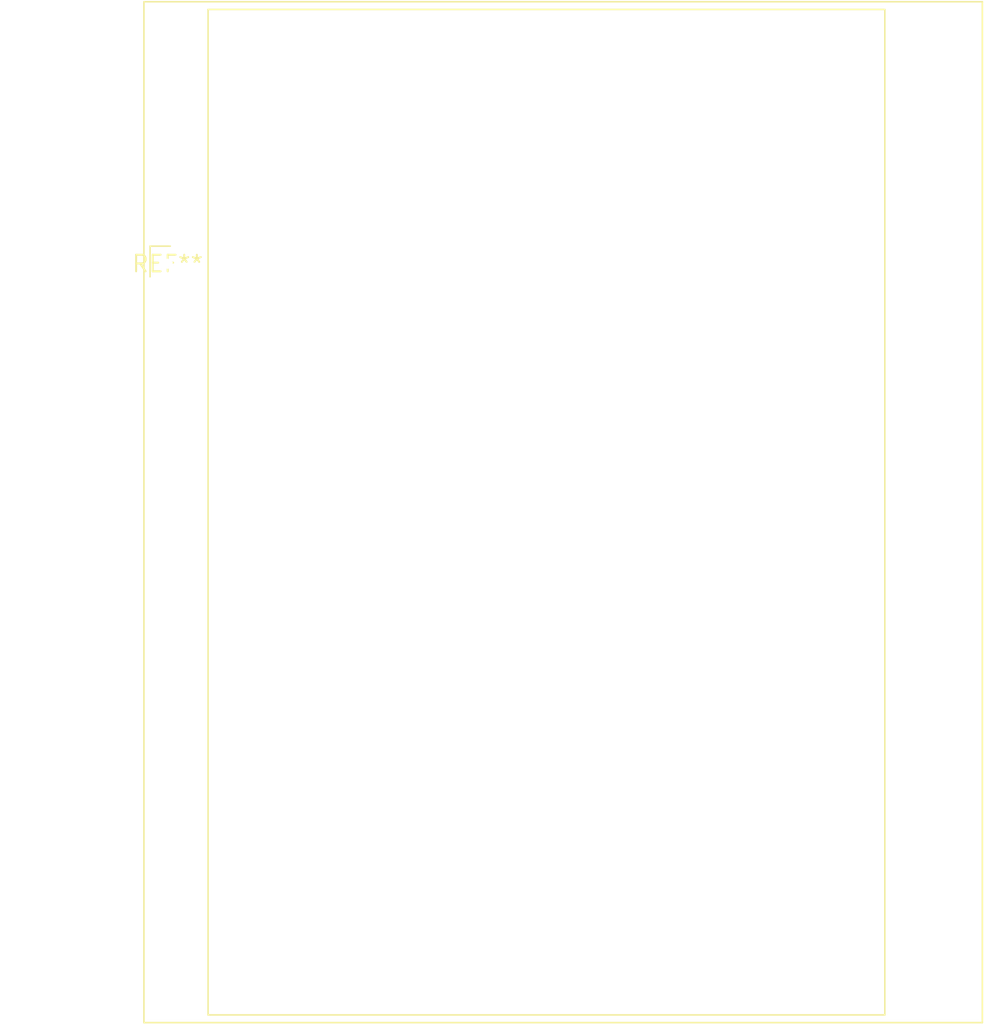
<source format=kicad_pcb>
(kicad_pcb (version 20240108) (generator pcbnew)
  (layers (0 "F.Cu" signal) (31 "B.Cu" signal) (34 "B.Paste" user) (35 "F.Paste" user) (36 "B.SilkS" user "B.Silkscreen") (37 "F.SilkS" user "F.Silkscreen") (38 "B.Mask" user) (39 "F.Mask" user) (44 "Edge.Cuts" user))
  (net 0 "")
  (footprint "EA_DOGXL160-7_Backlight" (layer "F.Cu") (at 0 0)
    (property "Reference" "REF**")
    (property "Value" "EA_DOGXL160-7_Backlight")
    (fp_line (start -1.82 -20.09) (end -1.82 58.19) (layer "F.SilkS") (stroke (width 0.12)))
    (fp_line (start -1.82 58.19) (end 62.48 58.19) (layer "F.SilkS") (stroke (width 0.12)))
    (fp_line (start -1.35 -1.35) (end -1.35 1) (layer "F.SilkS") (stroke (width 0.12)))
    (fp_line (start 0.2 -1.35) (end -1.35 -1.35) (layer "F.SilkS") (stroke (width 0.12)))
    (fp_line (start 3.1 -19.5) (end 3.1 57.6) (layer "F.SilkS") (stroke (width 0.12)))
    (fp_line (start 3.1 57.6) (end 55 57.6) (layer "F.SilkS") (stroke (width 0.12)))
    (fp_line (start 55 -19.5) (end 3.1 -19.5) (layer "F.SilkS") (stroke (width 0.12)))
    (fp_line (start 55 57.6) (end 55 -19.5) (layer "F.SilkS") (stroke (width 0.12)))
    (fp_line (start 62.48 -20.09) (end -1.82 -20.09) (layer "F.SilkS") (stroke (width 0.12)))
    (fp_line (start 62.48 58.19) (end 62.48 -20.09) (layer "F.SilkS") (stroke (width 0.12)))
    (pad "1" thru_hole rect (at 0 0) (size 1.524 1.524) (drill 0.762) (layers *.Cu *.Mask) (remove_unused_layers))
    (pad "2" thru_hole circle (at 0 2.54) (size 1.524 1.524) (drill 0.762) (layers *.Cu *.Mask) (remove_unused_layers))
    (pad "3" thru_hole circle (at 0 5.08) (size 1.524 1.524) (drill 0.762) (layers *.Cu *.Mask) (remove_unused_layers))
    (pad "14" thru_hole circle (at 0 33.02) (size 1.524 1.524) (drill 0.762) (layers *.Cu *.Mask) (remove_unused_layers))
    (pad "15" thru_hole circle (at 0 35.56) (size 1.524 1.524) (drill 0.762) (layers *.Cu *.Mask) (remove_unused_layers))
    (pad "16" thru_hole circle (at 0 38.1) (size 1.524 1.524) (drill 0.762) (layers *.Cu *.Mask) (remove_unused_layers))
    (pad "17" thru_hole circle (at 60.96 38.1) (size 1.524 1.524) (drill 0.762) (layers *.Cu *.Mask) (remove_unused_layers))
    (pad "18" thru_hole circle (at 60.96 35.56) (size 1.524 1.524) (drill 0.762) (layers *.Cu *.Mask) (remove_unused_layers))
    (pad "19" thru_hole circle (at 60.96 33.02) (size 1.524 1.524) (drill 0.762) (layers *.Cu *.Mask) (remove_unused_layers))
    (pad "20" thru_hole circle (at 60.96 30.48) (size 1.524 1.524) (drill 0.762) (layers *.Cu *.Mask) (remove_unused_layers))
    (pad "21" thru_hole circle (at 60.96 27.94) (size 1.524 1.524) (drill 0.762) (layers *.Cu *.Mask) (remove_unused_layers))
    (pad "22" thru_hole circle (at 60.96 25.4) (size 1.524 1.524) (drill 0.762) (layers *.Cu *.Mask) (remove_unused_layers))
    (pad "23" thru_hole circle (at 60.96 22.86) (size 1.524 1.524) (drill 0.762) (layers *.Cu *.Mask) (remove_unused_layers))
    (pad "24" thru_hole circle (at 60.96 20.32) (size 1.524 1.524) (drill 0.762) (layers *.Cu *.Mask) (remove_unused_layers))
    (pad "25" thru_hole circle (at 60.96 17.78) (size 1.524 1.524) (drill 0.762) (layers *.Cu *.Mask) (remove_unused_layers))
    (pad "26" thru_hole circle (at 60.96 15.24) (size 1.524 1.524) (drill 0.762) (layers *.Cu *.Mask) (remove_unused_layers))
    (pad "27" thru_hole circle (at 60.96 12.7) (size 1.524 1.524) (drill 0.762) (layers *.Cu *.Mask) (remove_unused_layers))
    (pad "28" thru_hole circle (at 60.96 10.16) (size 1.524 1.524) (drill 0.762) (layers *.Cu *.Mask) (remove_unused_layers))
    (pad "29" thru_hole circle (at 60.96 7.62) (size 1.524 1.524) (drill 0.762) (layers *.Cu *.Mask) (remove_unused_layers))
    (pad "30" thru_hole circle (at 60.96 5.08) (size 1.524 1.524) (drill 0.762) (layers *.Cu *.Mask) (remove_unused_layers))
    (pad "31" thru_hole circle (at 60.96 2.54) (size 1.524 1.524) (drill 0.762) (layers *.Cu *.Mask) (remove_unused_layers))
    (pad "32" thru_hole circle (at 60.96 0) (size 1.524 1.524) (drill 0.762) (layers *.Cu *.Mask) (remove_unused_layers))
  )
)
</source>
